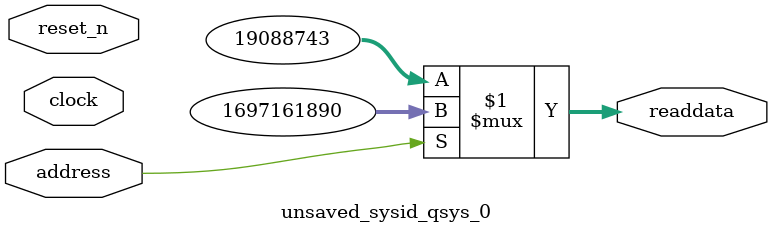
<source format=v>



// synthesis translate_off
`timescale 1ns / 1ps
// synthesis translate_on

// turn off superfluous verilog processor warnings 
// altera message_level Level1 
// altera message_off 10034 10035 10036 10037 10230 10240 10030 

module unsaved_sysid_qsys_0 (
               // inputs:
                address,
                clock,
                reset_n,

               // outputs:
                readdata
             )
;

  output  [ 31: 0] readdata;
  input            address;
  input            clock;
  input            reset_n;

  wire    [ 31: 0] readdata;
  //control_slave, which is an e_avalon_slave
  assign readdata = address ? 1697161890 : 19088743;

endmodule



</source>
